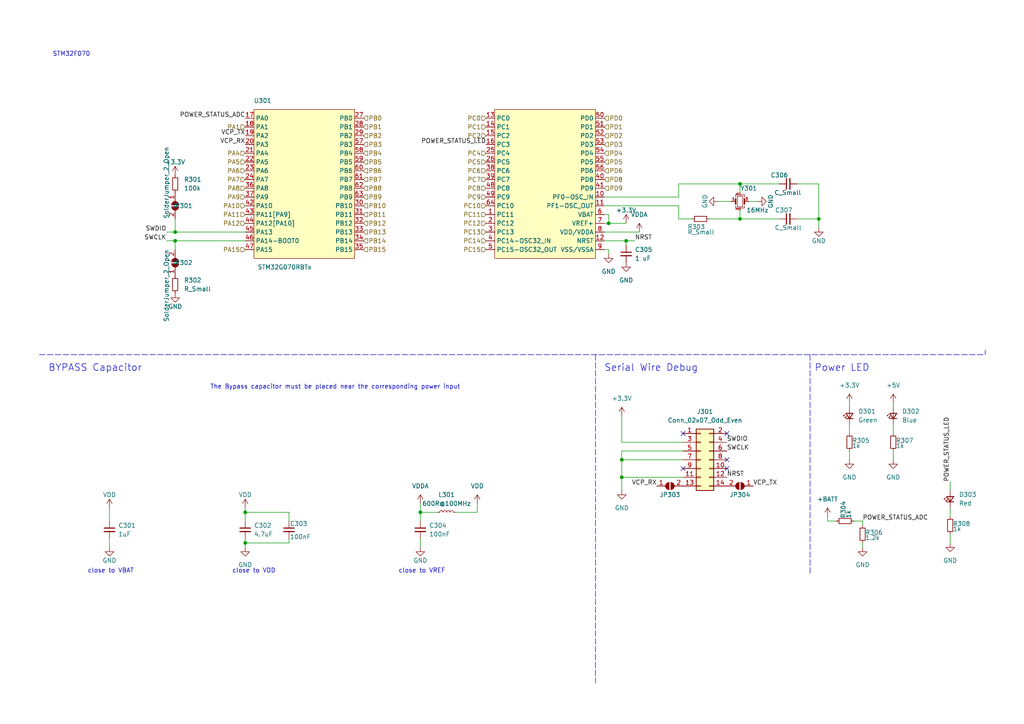
<source format=kicad_sch>
(kicad_sch (version 20211123) (generator eeschema)
  (paper "A4")
  (lib_symbols
    (symbol "Connector_Generic:Conn_02x07_Odd_Even" (pin_names (offset 1.016) hide)
      (property "Reference" "J" (at 1.27 10.16 0))
      (property "Value" "Conn_02x07_Odd_Even" (at 1.27 -10.16 0))
      (symbol "Conn_02x07_Odd_Even_1_1"
        (rectangle (start -1.27 -7.493) (end 0 -7.747) (stroke (width 0.1524)))
        (rectangle (start -1.27 -4.953) (end 0 -5.207) (stroke (width 0.1524)))
        (rectangle (start -1.27 -2.413) (end 0 -2.667) (stroke (width 0.1524)))
        (rectangle (start -1.27 0.127) (end 0 -0.127) (stroke (width 0.1524)))
        (rectangle (start -1.27 2.667) (end 0 2.413) (stroke (width 0.1524)))
        (rectangle (start -1.27 5.207) (end 0 4.953) (stroke (width 0.1524)))
        (rectangle (start -1.27 7.747) (end 0 7.493) (stroke (width 0.1524)))
        (rectangle (start -1.27 8.89) (end 3.81 -8.89) (stroke (width 0.254)) (fill (type background)))
        (rectangle (start 3.81 -7.493) (end 2.54 -7.747) (stroke (width 0.1524)))
        (rectangle (start 3.81 -4.953) (end 2.54 -5.207) (stroke (width 0.1524)))
        (rectangle (start 3.81 -2.413) (end 2.54 -2.667) (stroke (width 0.1524)))
        (rectangle (start 3.81 0.127) (end 2.54 -0.127) (stroke (width 0.1524)))
        (rectangle (start 3.81 2.667) (end 2.54 2.413) (stroke (width 0.1524)))
        (rectangle (start 3.81 5.207) (end 2.54 4.953) (stroke (width 0.1524)))
        (rectangle (start 3.81 7.747) (end 2.54 7.493) (stroke (width 0.1524)))
        (pin passive line (at -5.08 7.62 0) (length 3.81) (name "Pin_1") (number "1"))
        (pin passive line (at 7.62 -2.54 180) (length 3.81) (name "Pin_10") (number "10"))
        (pin passive line (at -5.08 -5.08 0) (length 3.81) (name "Pin_11") (number "11"))
        (pin passive line (at 7.62 -5.08 180) (length 3.81) (name "Pin_12") (number "12"))
        (pin passive line (at -5.08 -7.62 0) (length 3.81) (name "Pin_13") (number "13"))
        (pin passive line (at 7.62 -7.62 180) (length 3.81) (name "Pin_14") (number "14"))
        (pin passive line (at 7.62 7.62 180) (length 3.81) (name "Pin_2") (number "2"))
        (pin passive line (at -5.08 5.08 0) (length 3.81) (name "Pin_3") (number "3"))
        (pin passive line (at 7.62 5.08 180) (length 3.81) (name "Pin_4") (number "4"))
        (pin passive line (at -5.08 2.54 0) (length 3.81) (name "Pin_5") (number "5"))
        (pin passive line (at 7.62 2.54 180) (length 3.81) (name "Pin_6") (number "6"))
        (pin passive line (at -5.08 0 0) (length 3.81) (name "Pin_7") (number "7"))
        (pin passive line (at 7.62 0 180) (length 3.81) (name "Pin_8") (number "8"))
        (pin passive line (at -5.08 -2.54 0) (length 3.81) (name "Pin_9") (number "9"))
      )
    )
    (symbol "Device:C_Small" (pin_numbers hide) (pin_names (offset 0.254) hide)
      (property "Reference" "C" (at 0.254 1.778 0))
      (property "Value" "C_Small" (at 0.254 -2.032 0))
      (symbol "C_Small_0_1"
        (polyline (pts (xy -1.524 -0.508) (xy 1.524 -0.508)) (stroke (width 0.3302)))
        (polyline (pts (xy -1.524 0.508) (xy 1.524 0.508)) (stroke (width 0.3048)))
      )
      (symbol "C_Small_1_1"
        (pin passive line (at 0 2.54 270) (length 2.032) (name "~") (number "1"))
        (pin passive line (at 0 -2.54 90) (length 2.032) (name "~") (number "2"))
      )
    )
    (symbol "Device:Crystal_GND24_Small" (pin_names (offset 1.016) hide)
      (property "Reference" "Y" (at 1.27 4.445 0))
      (property "Value" "Crystal_GND24_Small" (at 1.27 2.54 0))
      (symbol "Crystal_GND24_Small_0_1"
        (rectangle (start -0.762 -1.524) (end 0.762 1.524))
        (polyline (pts (xy -1.27 -0.762) (xy -1.27 0.762)) (stroke (width 0.381)))
        (polyline (pts (xy 1.27 -0.762) (xy 1.27 0.762)) (stroke (width 0.381)))
        (polyline (pts (xy -1.27 -1.27) (xy -1.27 -1.905) (xy 1.27 -1.905) (xy 1.27 -1.27)))
        (polyline (pts (xy -1.27 1.27) (xy -1.27 1.905) (xy 1.27 1.905) (xy 1.27 1.27)))
      )
      (symbol "Crystal_GND24_Small_1_1"
        (pin passive line (at -2.54 0 0) (length 1.27) (name "1") (number "1"))
        (pin passive line (at 0 -2.54 90) (length 0.635) (name "2") (number "2"))
        (pin passive line (at 2.54 0 180) (length 1.27) (name "3") (number "3"))
        (pin passive line (at 0 2.54 270) (length 0.635) (name "4") (number "4"))
      )
    )
    (symbol "Device:LED_Small" (pin_numbers hide) (pin_names (offset 0.254) hide)
      (property "Reference" "D" (at -1.27 3.175 0))
      (property "Value" "LED_Small" (at -4.445 -2.54 0))
      (symbol "LED_Small_0_1"
        (polyline (pts (xy -0.762 -1.016) (xy -0.762 1.016)) (stroke (width 0.254)))
        (polyline (pts (xy 1.016 0) (xy -0.762 0)))
        (polyline (pts (xy 0.762 -1.016) (xy -0.762 0) (xy 0.762 1.016) (xy 0.762 -1.016)) (stroke (width 0.254)))
        (polyline (pts (xy 0 0.762) (xy -0.508 1.27) (xy -0.254 1.27) (xy -0.508 1.27) (xy -0.508 1.016)))
        (polyline (pts (xy 0.508 1.27) (xy 0 1.778) (xy 0.254 1.778) (xy 0 1.778) (xy 0 1.524)))
      )
      (symbol "LED_Small_1_1"
        (pin passive line (at -2.54 0 0) (length 1.778) (name "K") (number "1"))
        (pin passive line (at 2.54 0 180) (length 1.778) (name "A") (number "2"))
      )
    )
    (symbol "Device:L_Small" (pin_numbers hide) (pin_names (offset 0.254) hide)
      (property "Reference" "L" (at 0.762 1.016 0))
      (property "Value" "L_Small" (at 0.762 -1.016 0))
      (symbol "L_Small_0_1"
        (arc (start 0 -2.032) (mid 0.508 -1.524) (end 0 -1.016))
        (arc (start 0 -1.016) (mid 0.508 -0.508) (end 0 0))
        (arc (start 0 0) (mid 0.508 0.508) (end 0 1.016))
        (arc (start 0 1.016) (mid 0.508 1.524) (end 0 2.032))
      )
      (symbol "L_Small_1_1"
        (pin passive line (at 0 2.54 270) (length 0.508) (name "~") (number "1"))
        (pin passive line (at 0 -2.54 90) (length 0.508) (name "~") (number "2"))
      )
    )
    (symbol "Device:R_Small" (pin_numbers hide) (pin_names (offset 0.254) hide)
      (property "Reference" "R" (at 0.762 0.508 0))
      (property "Value" "R_Small" (at 0.762 -1.016 0))
      (symbol "R_Small_0_1"
        (rectangle (start -0.762 1.778) (end 0.762 -1.778) (stroke (width 0.2032)))
      )
      (symbol "R_Small_1_1"
        (pin passive line (at 0 2.54 270) (length 0.762) (name "~") (number "1"))
        (pin passive line (at 0 -2.54 90) (length 0.762) (name "~") (number "2"))
      )
    )
    (symbol "Jumper:SolderJumper_2_Open" (pin_names (offset 0) hide)
      (property "Reference" "JP" (at 0 2.032 0))
      (property "Value" "SolderJumper_2_Open" (at 0 -2.54 0))
      (symbol "SolderJumper_2_Open_0_1"
        (arc (start -0.254 1.016) (mid -1.27 0) (end -0.254 -1.016))
        (arc (start -0.254 1.016) (mid -1.27 0) (end -0.254 -1.016) (fill (type outline)))
        (polyline (pts (xy -0.254 1.016) (xy -0.254 -1.016)))
        (polyline (pts (xy 0.254 1.016) (xy 0.254 -1.016)))
        (arc (start 0.254 -1.016) (mid 1.27 0) (end 0.254 1.016))
        (arc (start 0.254 -1.016) (mid 1.27 0) (end 0.254 1.016) (fill (type outline)))
      )
      (symbol "SolderJumper_2_Open_1_1"
        (pin passive line (at -3.81 0 0) (length 2.54) (name "A") (number "1"))
        (pin passive line (at 3.81 0 180) (length 2.54) (name "B") (number "2"))
      )
    )
    (symbol "STM32G070RBTx:STM32G070RBTx"
      (property "Reference" "U" (at -48.26 22.86 0))
      (property "Value" "STM32G070RBTx" (at -41.91 -25.4 0))
      (symbol "STM32G070RBTx_0_1"
        (rectangle (start -49.53 20.32) (end -20.32 -22.86) (fill (type background)))
        (rectangle (start 20.32 20.32) (end 49.53 -22.86) (fill (type background)))
      )
      (symbol "STM32G070RBTx_1_1"
        (pin bidirectional line (at 17.78 -10.16 0) (length 2.54) (name "PC11") (number "1"))
        (pin bidirectional line (at 52.07 -5.08 180) (length 2.54) (name "PF0-OSC_IN") (number "10"))
        (pin bidirectional line (at 52.07 -7.62 180) (length 2.54) (name "PF1-OSC_OUT") (number "11"))
        (pin bidirectional line (at 52.07 -17.78 180) (length 2.54) (name "NRST") (number "12"))
        (pin bidirectional line (at 17.78 17.78 0) (length 2.54) (name "PC0") (number "13"))
        (pin bidirectional line (at 17.78 15.24 0) (length 2.54) (name "PC1") (number "14"))
        (pin bidirectional line (at 17.78 12.7 0) (length 2.54) (name "PC2") (number "15"))
        (pin bidirectional line (at 17.78 10.16 0) (length 2.54) (name "PC3") (number "16"))
        (pin bidirectional line (at -52.07 17.78 0) (length 2.54) (name "PA0") (number "17"))
        (pin bidirectional line (at -52.07 15.24 0) (length 2.54) (name "PA1") (number "18"))
        (pin bidirectional line (at -52.07 12.7 0) (length 2.54) (name "PA2") (number "19"))
        (pin bidirectional line (at 17.78 -12.7 0) (length 2.54) (name "PC12") (number "2"))
        (pin bidirectional line (at -52.07 10.16 0) (length 2.54) (name "PA3") (number "20"))
        (pin bidirectional line (at -52.07 7.62 0) (length 2.54) (name "PA4") (number "21"))
        (pin bidirectional line (at -52.07 5.08 0) (length 2.54) (name "PA5") (number "22"))
        (pin bidirectional line (at -52.07 2.54 0) (length 2.54) (name "PA6") (number "23"))
        (pin bidirectional line (at -52.07 0 0) (length 2.54) (name "PA7") (number "24"))
        (pin bidirectional line (at 17.78 7.62 0) (length 2.54) (name "PC4") (number "25"))
        (pin bidirectional line (at 17.78 5.08 0) (length 2.54) (name "PC5") (number "26"))
        (pin bidirectional line (at -17.78 17.78 180) (length 2.54) (name "PB0") (number "27"))
        (pin bidirectional line (at -17.78 15.24 180) (length 2.54) (name "PB1") (number "28"))
        (pin bidirectional line (at -17.78 12.7 180) (length 2.54) (name "PB2") (number "29"))
        (pin bidirectional line (at 17.78 -15.24 0) (length 2.54) (name "PC13") (number "3"))
        (pin bidirectional line (at -17.78 -7.62 180) (length 2.54) (name "PB10") (number "30"))
        (pin bidirectional line (at -17.78 -10.16 180) (length 2.54) (name "PB11") (number "31"))
        (pin bidirectional line (at -17.78 -12.7 180) (length 2.54) (name "PB12") (number "32"))
        (pin bidirectional line (at -17.78 -15.24 180) (length 2.54) (name "PB13") (number "33"))
        (pin bidirectional line (at -17.78 -17.78 180) (length 2.54) (name "PB14") (number "34"))
        (pin bidirectional line (at -17.78 -20.32 180) (length 2.54) (name "PB15") (number "35"))
        (pin bidirectional line (at -52.07 -2.54 0) (length 2.54) (name "PA8") (number "36"))
        (pin bidirectional line (at -52.07 -5.08 0) (length 2.54) (name "PA9") (number "37"))
        (pin bidirectional line (at 17.78 2.54 0) (length 2.54) (name "PC6") (number "38"))
        (pin bidirectional line (at 17.78 0 0) (length 2.54) (name "PC7") (number "39"))
        (pin bidirectional line (at 17.78 -17.78 0) (length 2.54) (name "PC14-OSC32_IN") (number "4"))
        (pin bidirectional line (at 52.07 0 180) (length 2.54) (name "PD8") (number "40"))
        (pin bidirectional line (at 52.07 -2.54 180) (length 2.54) (name "PD9") (number "41"))
        (pin bidirectional line (at -52.07 -7.62 0) (length 2.54) (name "PA10") (number "42"))
        (pin bidirectional line (at -52.07 -10.16 0) (length 2.54) (name "PA11[PA9]") (number "43"))
        (pin bidirectional line (at -52.07 -12.7 0) (length 2.54) (name "PA12[PA10]") (number "44"))
        (pin bidirectional line (at -52.07 -15.24 0) (length 2.54) (name "PA13") (number "45"))
        (pin bidirectional line (at -52.07 -17.78 0) (length 2.54) (name "PA14-BOOT0") (number "46"))
        (pin bidirectional line (at -52.07 -20.32 0) (length 2.54) (name "PA15") (number "47"))
        (pin bidirectional line (at 17.78 -2.54 0) (length 2.54) (name "PC8") (number "48"))
        (pin bidirectional line (at 17.78 -5.08 0) (length 2.54) (name "PC9") (number "49"))
        (pin bidirectional line (at 17.78 -20.32 0) (length 2.54) (name "PC15-OSC32_OUT") (number "5"))
        (pin bidirectional line (at 52.07 17.78 180) (length 2.54) (name "PD0") (number "50"))
        (pin bidirectional line (at 52.07 15.24 180) (length 2.54) (name "PD1") (number "51"))
        (pin bidirectional line (at 52.07 12.7 180) (length 2.54) (name "PD2") (number "52"))
        (pin bidirectional line (at 52.07 10.16 180) (length 2.54) (name "PD3") (number "53"))
        (pin bidirectional line (at 52.07 7.62 180) (length 2.54) (name "PD4") (number "54"))
        (pin bidirectional line (at 52.07 5.08 180) (length 2.54) (name "PD5") (number "55"))
        (pin bidirectional line (at 52.07 2.54 180) (length 2.54) (name "PD6") (number "56"))
        (pin bidirectional line (at -17.78 10.16 180) (length 2.54) (name "PB3") (number "57"))
        (pin bidirectional line (at -17.78 7.62 180) (length 2.54) (name "PB4") (number "58"))
        (pin bidirectional line (at -17.78 5.08 180) (length 2.54) (name "PB5") (number "59"))
        (pin power_in line (at 52.07 -10.16 180) (length 2.54) (name "VBAT") (number "6"))
        (pin bidirectional line (at -17.78 2.54 180) (length 2.54) (name "PB6") (number "60"))
        (pin bidirectional line (at -17.78 0 180) (length 2.54) (name "PB7") (number "61"))
        (pin bidirectional line (at -17.78 -2.54 180) (length 2.54) (name "PB8") (number "62"))
        (pin bidirectional line (at -17.78 -5.08 180) (length 2.54) (name "PB9") (number "63"))
        (pin bidirectional line (at 17.78 -7.62 0) (length 2.54) (name "PC10") (number "64"))
        (pin power_in line (at 52.07 -12.7 180) (length 2.54) (name "VREF+") (number "7"))
        (pin power_in line (at 52.07 -15.24 180) (length 2.54) (name "VDD/VDDA") (number "8"))
        (pin power_in line (at 52.07 -20.32 180) (length 2.54) (name "VSS/VSSA") (number "9"))
      )
    )
    (symbol "power:+3.3V" (power) (pin_names (offset 0))
      (property "Value" "+3.3V" (at 0 3.556 0))
      (symbol "+3.3V_0_1"
        (polyline (pts (xy -0.762 1.27) (xy 0 2.54)))
        (polyline (pts (xy 0 0) (xy 0 2.54)))
        (polyline (pts (xy 0 2.54) (xy 0.762 1.27)))
      )
      (symbol "+3.3V_1_1"
        (pin power_in line (at 0 0 90) (length 0) hide (name "+3.3V") (number "1"))
      )
    )
    (symbol "power:+5V" (power) (pin_names (offset 0))
      (property "Value" "+5V" (at 0 3.556 0))
      (symbol "+5V_0_1"
        (polyline (pts (xy -0.762 1.27) (xy 0 2.54)))
        (polyline (pts (xy 0 0) (xy 0 2.54)))
        (polyline (pts (xy 0 2.54) (xy 0.762 1.27)))
      )
      (symbol "+5V_1_1"
        (pin power_in line (at 0 0 90) (length 0) hide (name "+5V") (number "1"))
      )
    )
    (symbol "power:+BATT" (power) (pin_names (offset 0))
      (property "Value" "+BATT" (at 0 3.556 0))
      (symbol "+BATT_0_1"
        (polyline (pts (xy -0.762 1.27) (xy 0 2.54)))
        (polyline (pts (xy 0 0) (xy 0 2.54)))
        (polyline (pts (xy 0 2.54) (xy 0.762 1.27)))
      )
      (symbol "+BATT_1_1"
        (pin power_in line (at 0 0 90) (length 0) hide (name "+BATT") (number "1"))
      )
    )
    (symbol "power:GND" (power) (pin_names (offset 0))
      (property "Value" "GND" (at 0 -3.81 0))
      (symbol "GND_0_1"
        (polyline (pts (xy 0 0) (xy 0 -1.27) (xy 1.27 -1.27) (xy 0 -2.54) (xy -1.27 -1.27) (xy 0 -1.27)))
      )
      (symbol "GND_1_1"
        (pin power_in line (at 0 0 270) (length 0) hide (name "GND") (number "1"))
      )
    )
    (symbol "power:VDD" (power) (pin_names (offset 0))
      (property "Value" "VDD" (at 0 3.81 0))
      (symbol "VDD_0_1"
        (polyline (pts (xy -0.762 1.27) (xy 0 2.54)))
        (polyline (pts (xy 0 0) (xy 0 2.54)))
        (polyline (pts (xy 0 2.54) (xy 0.762 1.27)))
      )
      (symbol "VDD_1_1"
        (pin power_in line (at 0 0 90) (length 0) hide (name "VDD") (number "1"))
      )
    )
    (symbol "power:VDDA" (power) (pin_names (offset 0))
      (property "Value" "VDDA" (at 0 3.81 0))
      (symbol "VDDA_0_1"
        (polyline (pts (xy -0.762 1.27) (xy 0 2.54)))
        (polyline (pts (xy 0 0) (xy 0 2.54)))
        (polyline (pts (xy 0 2.54) (xy 0.762 1.27)))
      )
      (symbol "VDDA_1_1"
        (pin power_in line (at 0 0 90) (length 0) hide (name "VDDA") (number "1"))
      )
    )
  )
  (junction (at 237.49 63.5))
  (junction (at 214.63 63.5))
  (junction (at 71.12 148.59))
  (junction (at 180.34 138.43))
  (junction (at 50.8 67.31))
  (junction (at 71.12 157.48))
  (junction (at 214.63 53.34))
  (junction (at 176.53 64.77))
  (junction (at 50.8 69.85))
  (junction (at 121.92 148.59))
  (junction (at 181.61 69.85))
  (junction (at 180.34 133.35))
  (no_connect (at 210.82 133.35))
  (no_connect (at 198.12 135.89))
  (no_connect (at 198.12 125.73))
  (no_connect (at 210.82 125.73))
  (no_connect (at 210.82 135.89))
  (wire (pts (xy 231.14 53.34) (xy 237.49 53.34)))
  (wire (pts (xy 71.12 148.59) (xy 71.12 151.13)))
  (polyline (pts (xy 285.75 101.6) (xy 285.75 102.87)))
  (polyline (pts (xy 172.72 102.87) (xy 172.72 198.12)))
  (wire (pts (xy 121.92 156.21) (xy 121.92 158.75)))
  (wire (pts (xy 198.12 138.43) (xy 180.34 138.43)))
  (wire (pts (xy 275.59 147.32) (xy 275.59 149.86)))
  (wire (pts (xy 246.38 123.19) (xy 246.38 125.73)))
  (wire (pts (xy 242.57 151.13) (xy 240.03 151.13)))
  (wire (pts (xy 180.34 133.35) (xy 180.34 138.43)))
  (wire (pts (xy 237.49 63.5) (xy 237.49 66.04)))
  (wire (pts (xy 31.75 156.21) (xy 31.75 158.75)))
  (wire (pts (xy 259.08 123.19) (xy 259.08 125.73)))
  (wire (pts (xy 71.12 147.32) (xy 71.12 148.59)))
  (wire (pts (xy 176.53 64.77) (xy 181.61 64.77)))
  (wire (pts (xy 180.34 130.81) (xy 180.34 133.35)))
  (wire (pts (xy 208.28 58.42) (xy 212.09 58.42)))
  (wire (pts (xy 31.75 147.32) (xy 31.75 151.13)))
  (wire (pts (xy 83.82 157.48) (xy 71.12 157.48)))
  (polyline (pts (xy 234.95 102.87) (xy 234.95 166.37)))
  (wire (pts (xy 196.85 53.34) (xy 214.63 53.34)))
  (wire (pts (xy 175.26 59.69) (xy 196.85 59.69)))
  (wire (pts (xy 214.63 60.96) (xy 214.63 63.5)))
  (wire (pts (xy 240.03 151.13) (xy 240.03 149.86)))
  (wire (pts (xy 275.59 139.7) (xy 275.59 142.24)))
  (wire (pts (xy 275.59 154.94) (xy 275.59 157.48)))
  (wire (pts (xy 250.19 151.13) (xy 250.19 152.4)))
  (wire (pts (xy 48.26 67.31) (xy 50.8 67.31)))
  (wire (pts (xy 50.8 69.85) (xy 71.12 69.85)))
  (wire (pts (xy 175.26 64.77) (xy 176.53 64.77)))
  (wire (pts (xy 214.63 63.5) (xy 226.06 63.5)))
  (wire (pts (xy 259.08 130.81) (xy 259.08 133.35)))
  (polyline (pts (xy 11.43 102.87) (xy 285.75 102.87)))
  (wire (pts (xy 48.26 69.85) (xy 50.8 69.85)))
  (wire (pts (xy 138.43 146.05) (xy 138.43 148.59)))
  (wire (pts (xy 196.85 59.69) (xy 196.85 63.5)))
  (wire (pts (xy 175.26 67.31) (xy 185.42 67.31)))
  (wire (pts (xy 176.53 72.39) (xy 176.53 73.66)))
  (wire (pts (xy 198.12 133.35) (xy 180.34 133.35)))
  (wire (pts (xy 237.49 53.34) (xy 237.49 63.5)))
  (wire (pts (xy 175.26 62.23) (xy 176.53 62.23)))
  (wire (pts (xy 50.8 69.85) (xy 50.8 72.39)))
  (wire (pts (xy 121.92 146.05) (xy 121.92 148.59)))
  (wire (pts (xy 83.82 151.13) (xy 83.82 148.59)))
  (wire (pts (xy 181.61 69.85) (xy 184.15 69.85)))
  (wire (pts (xy 132.08 148.59) (xy 138.43 148.59)))
  (wire (pts (xy 71.12 156.21) (xy 71.12 157.48)))
  (wire (pts (xy 83.82 156.21) (xy 83.82 157.48)))
  (wire (pts (xy 259.08 116.84) (xy 259.08 118.11)))
  (wire (pts (xy 246.38 130.81) (xy 246.38 133.35)))
  (wire (pts (xy 50.8 67.31) (xy 71.12 67.31)))
  (wire (pts (xy 180.34 128.27) (xy 180.34 120.65)))
  (wire (pts (xy 175.26 72.39) (xy 176.53 72.39)))
  (wire (pts (xy 231.14 63.5) (xy 237.49 63.5)))
  (wire (pts (xy 196.85 57.15) (xy 196.85 53.34)))
  (wire (pts (xy 246.38 116.84) (xy 246.38 118.11)))
  (wire (pts (xy 217.17 58.42) (xy 219.71 58.42)))
  (wire (pts (xy 180.34 138.43) (xy 180.34 142.24)))
  (wire (pts (xy 250.19 157.48) (xy 250.19 158.75)))
  (wire (pts (xy 71.12 157.48) (xy 71.12 158.75)))
  (wire (pts (xy 205.74 63.5) (xy 214.63 63.5)))
  (wire (pts (xy 121.92 148.59) (xy 127 148.59)))
  (wire (pts (xy 200.66 63.5) (xy 196.85 63.5)))
  (wire (pts (xy 198.12 128.27) (xy 180.34 128.27)))
  (wire (pts (xy 198.12 130.81) (xy 180.34 130.81)))
  (wire (pts (xy 214.63 53.34) (xy 226.06 53.34)))
  (wire (pts (xy 121.92 148.59) (xy 121.92 151.13)))
  (wire (pts (xy 176.53 62.23) (xy 176.53 64.77)))
  (wire (pts (xy 83.82 148.59) (xy 71.12 148.59)))
  (wire (pts (xy 247.65 151.13) (xy 250.19 151.13)))
  (wire (pts (xy 175.26 69.85) (xy 181.61 69.85)))
  (wire (pts (xy 50.8 63.5) (xy 50.8 67.31)))
  (wire (pts (xy 181.61 69.85) (xy 181.61 71.12)))
  (wire (pts (xy 175.26 57.15) (xy 196.85 57.15)))
  (wire (pts (xy 214.63 55.88) (xy 214.63 53.34)))
  (text "close to VREF" (at 115.57 166.37 0) (effects (font (size 1.27 1.27)) (justify left bottom)))
  (text "close to VDD" (at 67.31 166.37 0) (effects (font (size 1.27 1.27)) (justify left bottom)))
  (text "BYPASS Capacitor" (at 13.97 107.95 0) (effects (font (size 2 2)) (justify left bottom)))
  (text "STM32F070" (at 15.24 16.51 0) (effects (font (size 1.27 1.27)) (justify left bottom)))
  (text "The Bypass capacitor must be placed near the corresponding power input" (at 60.96 113.03 0) (effects (font (size 1.27 1.27)) (justify left bottom)))
  (text "Serial Wire Debug" (at 175.26 107.95 0) (effects (font (size 2 2)) (justify left bottom)))
  (text "Power LED" (at 236.22 107.95 0) (effects (font (size 2 2)) (justify left bottom)))
  (text "close to VBAT" (at 25.4 166.37 0) (effects (font (size 1.27 1.27)) (justify left bottom)))
  (label "VCP_RX" (at 71.12 41.91 180))
  (label "SWDIO" (at 48.26 67.31 180))
  (label "POWER_STATUS_ADC" (at 250.19 151.13 0))
  (label "SWCLK" (at 210.82 130.81 0))
  (label "SWCLK" (at 48.26 69.85 180))
  (label "VCP_TX" (at 218.44 140.97 0))
  (label "NRST" (at 184.15 69.85 0))
  (label "VCP_TX" (at 71.12 39.37 180))
  (label "POWER_STATUS_LED" (at 140.97 41.91 180))
  (label "POWER_STATUS_ADC" (at 71.12 34.29 180))
  (label "VCP_RX" (at 190.5 140.97 180))
  (label "NRST" (at 210.82 138.43 0))
  (label "SWDIO" (at 210.82 128.27 0))
  (label "POWER_STATUS_LED" (at 275.59 139.7 90))
  (hierarchical_label "PA1" (shape input) (at 71.12 36.83 180))
  (hierarchical_label "PD3" (shape input) (at 175.26 41.91 0))
  (hierarchical_label "PA15" (shape input) (at 71.12 72.39 180))
  (hierarchical_label "PD4" (shape input) (at 175.26 44.45 0))
  (hierarchical_label "PA5" (shape input) (at 71.12 46.99 180))
  (hierarchical_label "PC11" (shape input) (at 140.97 62.23 180))
  (hierarchical_label "PD2" (shape input) (at 175.26 39.37 0))
  (hierarchical_label "PA9" (shape input) (at 71.12 57.15 180))
  (hierarchical_label "PB9" (shape input) (at 105.41 57.15 0))
  (hierarchical_label "PC6" (shape input) (at 140.97 49.53 180))
  (hierarchical_label "PB10" (shape input) (at 105.41 59.69 0))
  (hierarchical_label "PB13" (shape input) (at 105.41 67.31 0))
  (hierarchical_label "PC13" (shape input) (at 140.97 67.31 180))
  (hierarchical_label "PB0" (shape input) (at 105.41 34.29 0))
  (hierarchical_label "PC14" (shape input) (at 140.97 69.85 180))
  (hierarchical_label "PB8" (shape input) (at 105.41 54.61 0))
  (hierarchical_label "PC10" (shape input) (at 140.97 59.69 180))
  (hierarchical_label "PC5" (shape input) (at 140.97 46.99 180))
  (hierarchical_label "PA6" (shape input) (at 71.12 49.53 180))
  (hierarchical_label "PD1" (shape input) (at 175.26 36.83 0))
  (hierarchical_label "PC15" (shape input) (at 140.97 72.39 180))
  (hierarchical_label "PA11" (shape input) (at 71.12 62.23 180))
  (hierarchical_label "PD9" (shape input) (at 175.26 54.61 0))
  (hierarchical_label "PB14" (shape input) (at 105.41 69.85 0))
  (hierarchical_label "PC9" (shape input) (at 140.97 57.15 180))
  (hierarchical_label "PB4" (shape input) (at 105.41 44.45 0))
  (hierarchical_label "PC2" (shape input) (at 140.97 39.37 180))
  (hierarchical_label "PC1" (shape input) (at 140.97 36.83 180))
  (hierarchical_label "PA12" (shape input) (at 71.12 64.77 180))
  (hierarchical_label "PB15" (shape input) (at 105.41 72.39 0))
  (hierarchical_label "PD5" (shape input) (at 175.26 46.99 0))
  (hierarchical_label "PC7" (shape input) (at 140.97 52.07 180))
  (hierarchical_label "PA8" (shape input) (at 71.12 54.61 180))
  (hierarchical_label "PA10" (shape input) (at 71.12 59.69 180))
  (hierarchical_label "PB11" (shape input) (at 105.41 62.23 0))
  (hierarchical_label "PB5" (shape input) (at 105.41 46.99 0))
  (hierarchical_label "PB2" (shape input) (at 105.41 39.37 0))
  (hierarchical_label "PB7" (shape input) (at 105.41 52.07 0))
  (hierarchical_label "PC8" (shape input) (at 140.97 54.61 180))
  (hierarchical_label "PC12" (shape input) (at 140.97 64.77 180))
  (hierarchical_label "PD0" (shape input) (at 175.26 34.29 0))
  (hierarchical_label "PA7" (shape input) (at 71.12 52.07 180))
  (hierarchical_label "PB1" (shape input) (at 105.41 36.83 0))
  (hierarchical_label "PB6" (shape input) (at 105.41 49.53 0))
  (hierarchical_label "PB12" (shape input) (at 105.41 64.77 0))
  (hierarchical_label "PC4" (shape input) (at 140.97 44.45 180))
  (hierarchical_label "PD8" (shape input) (at 175.26 52.07 0))
  (hierarchical_label "PD6" (shape input) (at 175.26 49.53 0))
  (hierarchical_label "PC0" (shape input) (at 140.97 34.29 180))
  (hierarchical_label "PB3" (shape input) (at 105.41 41.91 0))
  (hierarchical_label "PA4" (shape input) (at 71.12 44.45 180))
  (symbol (lib_id "power:GND") (at 219.71 58.42 90) (unit 1)
    (property "Reference" "#PWR0317" (effects hide))
    (property "Value" "GND" (at 223.52 58.42 0))
  )
  (symbol (lib_id "Device:R_Small") (at 275.59 152.4 0) (unit 1)
    (property "Reference" "R308" (at 276.352 151.892 0) (effects (justify left)))
    (property "Value" "1k" (at 276.352 153.416 0) (effects (justify left)))
    (property "Footprint" "Resistor_SMD:R_0603_1608Metric_Pad0.98x0.95mm_HandSolder" (effects hide))
  )
  (symbol (lib_id "power:GND") (at 71.12 158.75 0) (unit 1)
    (property "Reference" "#PWR0306" (effects hide))
    (property "Value" "GND" (at 71.12 163.83 0))
  )
  (symbol (lib_id "power:GND") (at 181.61 76.2 0) (unit 1)
    (property "Reference" "#PWR0314" (effects hide))
    (property "Value" "GND" (at 181.61 81.28 0))
  )
  (symbol (lib_id "Device:R_Small") (at 203.2 63.5 270) (unit 1)
    (property "Reference" "R303" (at 199.39 65.786 90) (effects (justify left)))
    (property "Value" "R_Small" (at 199.39 67.31 90) (effects (justify left)))
    (property "Footprint" "Resistor_SMD:R_0603_1608Metric_Pad0.98x0.95mm_HandSolder" (effects hide))
  )
  (symbol (lib_id "power:GND") (at 208.28 58.42 270) (unit 1)
    (property "Reference" "#PWR0316" (effects hide))
    (property "Value" "GND" (at 204.47 58.42 0))
  )
  (symbol (lib_id "power:+BATT") (at 240.03 149.86 0) (unit 1)
    (property "Reference" "#PWR0319" (effects hide))
    (property "Value" "+BATT" (at 240.03 144.78 0))
  )
  (symbol (lib_id "power:GND") (at 246.38 133.35 0) (unit 1)
    (property "Reference" "#PWR0321" (effects hide))
    (property "Value" "GND" (at 246.38 138.43 0))
  )
  (symbol (lib_id "power:VDDA") (at 185.42 67.31 0) (unit 1)
    (property "Reference" "#PWR0315" (effects hide))
    (property "Value" "VDDA" (at 185.42 62.23 0))
  )
  (symbol (lib_id "Device:L_Small") (at 129.54 148.59 90) (unit 1)
    (property "Reference" "L301" (at 129.54 143.51 90))
    (property "Value" "600R@100MHz" (at 129.54 146.05 90))
  )
  (symbol (lib_id "Device:LED_Small") (at 275.59 144.78 90) (unit 1)
    (property "Reference" "D303" (at 278.13 143.4464 90) (effects (justify right)))
    (property "Value" "Red" (at 278.13 145.9864 90) (effects (justify right)))
    (property "Footprint" "LED_SMD:LED_0603_1608Metric_Pad1.05x0.95mm_HandSolder" (effects hide))
  )
  (symbol (lib_id "power:+3.3V") (at 50.8 50.8 0) (unit 1)
    (property "Reference" "#PWR0303" (effects hide))
    (property "Value" "+3.3V" (at 50.8 46.99 0))
  )
  (symbol (lib_id "Device:R_Small") (at 250.19 154.94 0) (unit 1)
    (property "Reference" "R306" (at 250.952 154.432 0) (effects (justify left)))
    (property "Value" "1.2k" (at 250.952 155.956 0) (effects (justify left)))
    (property "Footprint" "Resistor_SMD:R_0603_1608Metric_Pad0.98x0.95mm_HandSolder" (effects hide))
  )
  (symbol (lib_id "power:+3.3V") (at 246.38 116.84 0) (unit 1)
    (property "Reference" "#PWR0320" (effects hide))
    (property "Value" "+3.3V" (at 246.38 111.76 0))
  )
  (symbol (lib_id "Device:C_Small") (at 71.12 153.67 0) (unit 1)
    (property "Reference" "C302" (at 73.66 152.4062 0) (effects (justify left)))
    (property "Value" "4.7uF" (at 73.66 154.9462 0) (effects (justify left)))
  )
  (symbol (lib_id "power:GND") (at 176.53 73.66 0) (unit 1)
    (property "Reference" "#PWR0310" (effects hide))
    (property "Value" "GND" (at 176.53 78.74 0))
  )
  (symbol (lib_id "power:VDD") (at 138.43 146.05 0) (unit 1)
    (property "Reference" "#PWR0309" (effects hide))
    (property "Value" "VDD" (at 138.43 140.97 0))
  )
  (symbol (lib_id "Device:C_Small") (at 228.6 53.34 90) (unit 1)
    (property "Reference" "C306" (at 228.6 50.8 90) (effects (justify left)))
    (property "Value" "C_Small" (at 232.41 55.88 90) (effects (justify left)))
    (property "Footprint" "Capacitor_SMD:C_0603_1608Metric_Pad1.08x0.95mm_HandSolder" (effects hide))
  )
  (symbol (lib_id "Device:Crystal_GND24_Small") (at 214.63 58.42 0) (unit 1)
    (property "Reference" "Y301" (at 217.17 54.61 0))
    (property "Value" "16MHz" (at 219.71 60.96 0))
    (property "Footprint" "Crystal:Crystal_SMD_EuroQuartz_MT-4Pin_3.2x2.5mm" (effects hide))
  )
  (symbol (lib_id "power:VDDA") (at 121.92 146.05 0) (unit 1)
    (property "Reference" "#PWR0307" (effects hide))
    (property "Value" "VDDA" (at 121.92 140.97 0))
  )
  (symbol (lib_id "power:GND") (at 259.08 133.35 0) (unit 1)
    (property "Reference" "#PWR0324" (effects hide))
    (property "Value" "GND" (at 259.08 138.43 0))
  )
  (symbol (lib_id "STM32G070RBTx:STM32G070RBTx") (at 123.19 52.07 0) (unit 1)
    (property "Reference" "U301" (at 76.2 29.21 0))
    (property "Value" "STM32G070RBTx" (at 82.55 77.47 0))
  )
  (symbol (lib_id "Device:R_Small") (at 246.38 128.27 0) (unit 1)
    (property "Reference" "R305" (at 247.142 127.762 0) (effects (justify left)))
    (property "Value" "1k" (at 247.142 129.286 0) (effects (justify left)))
    (property "Footprint" "Resistor_SMD:R_0603_1608Metric_Pad0.98x0.95mm_HandSolder" (effects hide))
  )
  (symbol (lib_id "Device:C_Small") (at 31.75 153.67 0) (unit 1)
    (property "Reference" "C301" (at 34.29 152.4062 0) (effects (justify left)))
    (property "Value" "1uF" (at 34.29 154.9462 0) (effects (justify left)))
  )
  (symbol (lib_id "Device:R_Small") (at 50.8 53.34 0) (mirror y) (unit 1)
    (property "Reference" "R301" (at 53.34 52.0699 0) (effects (justify right)))
    (property "Value" "100k" (at 53.34 54.6099 0) (effects (justify right)))
    (property "Footprint" "Resistor_SMD:R_0603_1608Metric_Pad0.98x0.95mm_HandSolder" (effects hide))
  )
  (symbol (lib_id "power:GND") (at 180.34 142.24 0) (unit 1)
    (property "Reference" "#PWR0312" (effects hide))
    (property "Value" "GND" (at 180.34 147.32 0))
  )
  (symbol (lib_id "power:GND") (at 237.49 66.04 0) (unit 1)
    (property "Reference" "#PWR0318" (effects hide))
    (property "Value" "GND" (at 237.49 69.85 0))
  )
  (symbol (lib_id "power:VDD") (at 31.75 147.32 0) (unit 1)
    (property "Reference" "#PWR0301" (effects hide))
    (property "Value" "VDD" (at 31.75 143.51 0))
  )
  (symbol (lib_id "Device:R_Small") (at 50.8 82.55 180) (unit 1)
    (property "Reference" "R302" (at 53.34 81.2799 0) (effects (justify right)))
    (property "Value" "R_Small" (at 53.34 83.8199 0) (effects (justify right)))
    (property "Footprint" "Resistor_SMD:R_0603_1608Metric_Pad0.98x0.95mm_HandSolder" (effects hide))
  )
  (symbol (lib_id "Device:C_Small") (at 228.6 63.5 90) (unit 1)
    (property "Reference" "C307" (at 227.33 60.96 90))
    (property "Value" "C_Small" (at 228.6 66.04 90))
    (property "Footprint" "Capacitor_SMD:C_0603_1608Metric_Pad1.08x0.95mm_HandSolder" (effects hide))
  )
  (symbol (lib_id "power:+5V") (at 259.08 116.84 0) (unit 1)
    (property "Reference" "#PWR0323" (effects hide))
    (property "Value" "+5V" (at 259.08 111.76 0))
  )
  (symbol (lib_id "power:GND") (at 121.92 158.75 0) (unit 1)
    (property "Reference" "#PWR0308" (effects hide))
    (property "Value" "GND" (at 121.92 162.56 0))
  )
  (symbol (lib_id "power:+3.3V") (at 180.34 120.65 0) (unit 1)
    (property "Reference" "#PWR0311" (effects hide))
    (property "Value" "+3.3V" (at 180.34 115.57 0))
  )
  (symbol (lib_id "Device:R_Small") (at 245.11 151.13 90) (unit 1)
    (property "Reference" "R304" (at 244.602 150.368 0) (effects (justify left)))
    (property "Value" "1k" (at 246.126 150.368 0) (effects (justify left)))
    (property "Footprint" "Resistor_SMD:R_0603_1608Metric_Pad0.98x0.95mm_HandSolder" (effects hide))
  )
  (symbol (lib_id "Jumper:SolderJumper_2_Open") (at 194.31 140.97 0) (unit 1)
    (property "Reference" "JP303" (at 194.31 143.51 0))
    (property "Value" "SolderJumper_2_Open" (effects hide))
    (property "Footprint" "Jumper:SolderJumper-2_P1.3mm_Open_TrianglePad1.0x1.5mm" (effects hide))
  )
  (symbol (lib_id "Device:LED_Small") (at 259.08 120.65 90) (unit 1)
    (property "Reference" "D302" (at 261.62 119.3164 90) (effects (justify right)))
    (property "Value" "Blue" (at 261.62 121.8564 90) (effects (justify right)))
    (property "Footprint" "LED_SMD:LED_0603_1608Metric_Pad1.05x0.95mm_HandSolder" (effects hide))
  )
  (symbol (lib_id "Jumper:SolderJumper_2_Open") (at 50.8 76.2 270) (mirror x) (unit 1)
    (property "Reference" "JP302" (at 55.88 76.2 90) (effects (justify right)))
    (property "Value" "SolderJumper_2_Open" (at 48.26 72.39 0) (effects (justify right)))
  )
  (symbol (lib_id "power:GND") (at 50.8 85.09 0) (unit 1)
    (property "Reference" "#PWR0304" (effects hide))
    (property "Value" "GND" (at 50.8 88.9 0))
  )
  (symbol (lib_id "Jumper:SolderJumper_2_Open") (at 214.63 140.97 180) (unit 1)
    (property "Reference" "JP304" (at 214.63 143.51 0))
    (property "Value" "SolderJumper_2_Open" (effects hide))
    (property "Footprint" "Jumper:SolderJumper-2_P1.3mm_Open_TrianglePad1.0x1.5mm" (effects hide))
  )
  (symbol (lib_id "power:GND") (at 275.59 157.48 0) (unit 1)
    (property "Reference" "#PWR0325" (effects hide))
    (property "Value" "GND" (at 275.59 162.56 0))
  )
  (symbol (lib_id "Device:LED_Small") (at 246.38 120.65 90) (unit 1)
    (property "Reference" "D301" (at 248.92 119.3164 90) (effects (justify right)))
    (property "Value" "Green" (at 248.92 121.8564 90) (effects (justify right)))
    (property "Footprint" "LED_SMD:LED_0603_1608Metric_Pad1.05x0.95mm_HandSolder" (effects hide))
  )
  (symbol (lib_id "Connector_Generic:Conn_02x07_Odd_Even") (at 203.2 133.35 0) (unit 1)
    (property "Reference" "J301" (at 204.47 119.38 0))
    (property "Value" "Conn_02x07_Odd_Even" (at 204.47 121.92 0))
    (property "Footprint" "Connector_PinHeader_1.27mm:PinHeader_2x07_P1.27mm_Vertical_SMD" (effects hide))
  )
  (symbol (lib_id "power:VDD") (at 71.12 147.32 0) (unit 1)
    (property "Reference" "#PWR0305" (effects hide))
    (property "Value" "VDD" (at 71.12 143.51 0))
  )
  (symbol (lib_id "Jumper:SolderJumper_2_Open") (at 50.8 59.69 270) (unit 1)
    (property "Reference" "JP301" (at 55.88 59.69 90) (effects (justify right)))
    (property "Value" "SolderJumper_2_Open" (at 48.26 63.5 0) (effects (justify right)))
  )
  (symbol (lib_id "power:GND") (at 250.19 158.75 0) (unit 1)
    (property "Reference" "#PWR0322" (effects hide))
    (property "Value" "GND" (at 250.19 163.83 0))
  )
  (symbol (lib_id "Device:C_Small") (at 121.92 153.67 0) (unit 1)
    (property "Reference" "C304" (at 124.46 152.4062 0) (effects (justify left)))
    (property "Value" "100nF" (at 124.46 154.9462 0) (effects (justify left)))
  )
  (symbol (lib_id "power:+3.3V") (at 181.61 64.77 0) (unit 1)
    (property "Reference" "#PWR0313" (effects hide))
    (property "Value" "+3.3V" (at 181.61 60.96 0))
  )
  (symbol (lib_id "power:GND") (at 31.75 158.75 0) (unit 1)
    (property "Reference" "#PWR0302" (effects hide))
    (property "Value" "GND" (at 31.75 162.56 0))
  )
  (symbol (lib_id "Device:R_Small") (at 259.08 128.27 0) (unit 1)
    (property "Reference" "R307" (at 259.842 127.762 0) (effects (justify left)))
    (property "Value" "1k" (at 259.842 129.286 0) (effects (justify left)))
    (property "Footprint" "Resistor_SMD:R_0603_1608Metric_Pad0.98x0.95mm_HandSolder" (effects hide))
  )
  (symbol (lib_id "Device:C_Small") (at 181.61 73.66 0) (unit 1)
    (property "Reference" "C305" (at 184.15 72.3962 0) (effects (justify left)))
    (property "Value" "1 uF" (at 184.15 74.9362 0) (effects (justify left)))
  )
  (symbol (lib_id "Device:C_Small") (at 83.82 153.67 0) (unit 1)
    (property "Reference" "C303" (at 84.074 151.892 0) (effects (justify left)))
    (property "Value" "100nF" (at 84.074 155.702 0) (effects (justify left)))
  )
)
</source>
